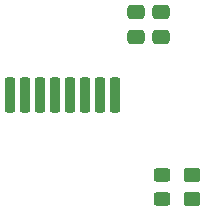
<source format=gbr>
%TF.GenerationSoftware,KiCad,Pcbnew,(6.0.5)*%
%TF.CreationDate,2022-06-21T02:12:09-04:00*%
%TF.ProjectId,nRF24L01_shield_v001a,6e524632-344c-4303-915f-736869656c64,rev?*%
%TF.SameCoordinates,Original*%
%TF.FileFunction,Paste,Top*%
%TF.FilePolarity,Positive*%
%FSLAX46Y46*%
G04 Gerber Fmt 4.6, Leading zero omitted, Abs format (unit mm)*
G04 Created by KiCad (PCBNEW (6.0.5)) date 2022-06-21 02:12:09*
%MOMM*%
%LPD*%
G01*
G04 APERTURE LIST*
G04 Aperture macros list*
%AMRoundRect*
0 Rectangle with rounded corners*
0 $1 Rounding radius*
0 $2 $3 $4 $5 $6 $7 $8 $9 X,Y pos of 4 corners*
0 Add a 4 corners polygon primitive as box body*
4,1,4,$2,$3,$4,$5,$6,$7,$8,$9,$2,$3,0*
0 Add four circle primitives for the rounded corners*
1,1,$1+$1,$2,$3*
1,1,$1+$1,$4,$5*
1,1,$1+$1,$6,$7*
1,1,$1+$1,$8,$9*
0 Add four rect primitives between the rounded corners*
20,1,$1+$1,$2,$3,$4,$5,0*
20,1,$1+$1,$4,$5,$6,$7,0*
20,1,$1+$1,$6,$7,$8,$9,0*
20,1,$1+$1,$8,$9,$2,$3,0*%
G04 Aperture macros list end*
%ADD10RoundRect,0.250000X0.475000X-0.337500X0.475000X0.337500X-0.475000X0.337500X-0.475000X-0.337500X0*%
%ADD11RoundRect,0.225000X0.225000X1.275000X-0.225000X1.275000X-0.225000X-1.275000X0.225000X-1.275000X0*%
%ADD12RoundRect,0.250000X0.450000X-0.350000X0.450000X0.350000X-0.450000X0.350000X-0.450000X-0.350000X0*%
%ADD13RoundRect,0.250000X0.450000X-0.325000X0.450000X0.325000X-0.450000X0.325000X-0.450000X-0.325000X0*%
G04 APERTURE END LIST*
D10*
%TO.C,C1*%
X160100000Y-81637500D03*
X160100000Y-79562500D03*
%TD*%
%TO.C,C2*%
X162200000Y-81637500D03*
X162200000Y-79562500D03*
%TD*%
D11*
%TO.C,U2*%
X158345000Y-86600000D03*
X157075000Y-86600000D03*
X155805000Y-86600000D03*
X154535000Y-86600000D03*
X153265000Y-86600000D03*
X151995000Y-86600000D03*
X150725000Y-86600000D03*
X149455000Y-86600000D03*
%TD*%
D12*
%TO.C,R1*%
X164840196Y-95381022D03*
X164840196Y-93381022D03*
%TD*%
D13*
%TO.C,D1*%
X162300196Y-95406022D03*
X162300196Y-93356022D03*
%TD*%
M02*

</source>
